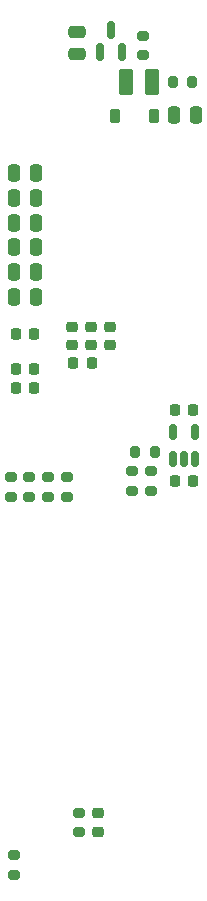
<source format=gbr>
%TF.GenerationSoftware,KiCad,Pcbnew,9.0.5*%
%TF.CreationDate,2025-11-24T11:18:26-05:00*%
%TF.ProjectId,everframe_board,65766572-6672-4616-9d65-5f626f617264,rev?*%
%TF.SameCoordinates,Original*%
%TF.FileFunction,Paste,Bot*%
%TF.FilePolarity,Positive*%
%FSLAX46Y46*%
G04 Gerber Fmt 4.6, Leading zero omitted, Abs format (unit mm)*
G04 Created by KiCad (PCBNEW 9.0.5) date 2025-11-24 11:18:26*
%MOMM*%
%LPD*%
G01*
G04 APERTURE LIST*
G04 Aperture macros list*
%AMRoundRect*
0 Rectangle with rounded corners*
0 $1 Rounding radius*
0 $2 $3 $4 $5 $6 $7 $8 $9 X,Y pos of 4 corners*
0 Add a 4 corners polygon primitive as box body*
4,1,4,$2,$3,$4,$5,$6,$7,$8,$9,$2,$3,0*
0 Add four circle primitives for the rounded corners*
1,1,$1+$1,$2,$3*
1,1,$1+$1,$4,$5*
1,1,$1+$1,$6,$7*
1,1,$1+$1,$8,$9*
0 Add four rect primitives between the rounded corners*
20,1,$1+$1,$2,$3,$4,$5,0*
20,1,$1+$1,$4,$5,$6,$7,0*
20,1,$1+$1,$6,$7,$8,$9,0*
20,1,$1+$1,$8,$9,$2,$3,0*%
G04 Aperture macros list end*
%ADD10RoundRect,0.225000X0.225000X0.250000X-0.225000X0.250000X-0.225000X-0.250000X0.225000X-0.250000X0*%
%ADD11RoundRect,0.250000X0.250000X0.475000X-0.250000X0.475000X-0.250000X-0.475000X0.250000X-0.475000X0*%
%ADD12RoundRect,0.150000X0.150000X-0.512500X0.150000X0.512500X-0.150000X0.512500X-0.150000X-0.512500X0*%
%ADD13RoundRect,0.225000X0.250000X-0.225000X0.250000X0.225000X-0.250000X0.225000X-0.250000X-0.225000X0*%
%ADD14RoundRect,0.150000X0.150000X-0.587500X0.150000X0.587500X-0.150000X0.587500X-0.150000X-0.587500X0*%
%ADD15RoundRect,0.200000X0.275000X-0.200000X0.275000X0.200000X-0.275000X0.200000X-0.275000X-0.200000X0*%
%ADD16RoundRect,0.250000X-0.250000X-0.475000X0.250000X-0.475000X0.250000X0.475000X-0.250000X0.475000X0*%
%ADD17RoundRect,0.225000X-0.225000X-0.375000X0.225000X-0.375000X0.225000X0.375000X-0.225000X0.375000X0*%
%ADD18RoundRect,0.250000X0.475000X-0.250000X0.475000X0.250000X-0.475000X0.250000X-0.475000X-0.250000X0*%
%ADD19RoundRect,0.225000X-0.225000X-0.250000X0.225000X-0.250000X0.225000X0.250000X-0.225000X0.250000X0*%
%ADD20RoundRect,0.250000X0.375000X0.850000X-0.375000X0.850000X-0.375000X-0.850000X0.375000X-0.850000X0*%
%ADD21RoundRect,0.200000X0.200000X0.275000X-0.200000X0.275000X-0.200000X-0.275000X0.200000X-0.275000X0*%
%ADD22RoundRect,0.200000X-0.275000X0.200000X-0.275000X-0.200000X0.275000X-0.200000X0.275000X0.200000X0*%
G04 APERTURE END LIST*
D10*
%TO.C,C23*%
X90275000Y-90500000D03*
X88725000Y-90500000D03*
%TD*%
D11*
%TO.C,C29*%
X90525000Y-59506750D03*
X88625000Y-59506750D03*
%TD*%
D12*
%TO.C,U2*%
X90450000Y-88637500D03*
X89500000Y-88637500D03*
X88550000Y-88637500D03*
X88550000Y-86362500D03*
X90450000Y-86362500D03*
%TD*%
D11*
%TO.C,C5*%
X76950000Y-72800000D03*
X75050000Y-72800000D03*
%TD*%
D13*
%TO.C,C12*%
X83200000Y-78975000D03*
X83200000Y-77425000D03*
%TD*%
D10*
%TO.C,C17*%
X76775000Y-78000000D03*
X75225000Y-78000000D03*
%TD*%
D14*
%TO.C,Q2*%
X84250000Y-54137500D03*
X82350000Y-54137500D03*
X83300000Y-52262500D03*
%TD*%
D15*
%TO.C,R22*%
X74800000Y-91825000D03*
X74800000Y-90175000D03*
%TD*%
D11*
%TO.C,C2*%
X76950000Y-66500000D03*
X75050000Y-66500000D03*
%TD*%
D16*
%TO.C,C1*%
X75050000Y-64400000D03*
X76950000Y-64400000D03*
%TD*%
D17*
%TO.C,D4*%
X83625000Y-59606750D03*
X86925000Y-59606750D03*
%TD*%
D15*
%TO.C,R19*%
X76400000Y-91825000D03*
X76400000Y-90175000D03*
%TD*%
D11*
%TO.C,C3*%
X76950000Y-68600000D03*
X75050000Y-68600000D03*
%TD*%
D15*
%TO.C,R15*%
X75100000Y-123825000D03*
X75100000Y-122175000D03*
%TD*%
%TO.C,R8*%
X86700000Y-91325000D03*
X86700000Y-89675000D03*
%TD*%
D13*
%TO.C,C10*%
X80000000Y-78975000D03*
X80000000Y-77425000D03*
%TD*%
D18*
%TO.C,C30*%
X80400000Y-54350000D03*
X80400000Y-52450000D03*
%TD*%
D19*
%TO.C,C9*%
X80125000Y-80500000D03*
X81675000Y-80500000D03*
%TD*%
D20*
%TO.C,L2*%
X86750000Y-56706750D03*
X84600000Y-56706750D03*
%TD*%
D10*
%TO.C,C15*%
X76775000Y-81000000D03*
X75225000Y-81000000D03*
%TD*%
%TO.C,C16*%
X76775000Y-82600000D03*
X75225000Y-82600000D03*
%TD*%
D13*
%TO.C,C35*%
X82200000Y-120175000D03*
X82200000Y-118625000D03*
%TD*%
D11*
%TO.C,C4*%
X76950000Y-70700000D03*
X75050000Y-70700000D03*
%TD*%
D21*
%TO.C,R14*%
X90200000Y-56706750D03*
X88550000Y-56706750D03*
%TD*%
D13*
%TO.C,C11*%
X81600000Y-78975000D03*
X81600000Y-77425000D03*
%TD*%
D22*
%TO.C,R21*%
X80600000Y-118575000D03*
X80600000Y-120225000D03*
%TD*%
D11*
%TO.C,C6*%
X76950000Y-74900000D03*
X75050000Y-74900000D03*
%TD*%
D15*
%TO.C,R13*%
X86000000Y-54425000D03*
X86000000Y-52775000D03*
%TD*%
D10*
%TO.C,C24*%
X90275000Y-84500000D03*
X88725000Y-84500000D03*
%TD*%
D15*
%TO.C,R9*%
X85100000Y-91325000D03*
X85100000Y-89675000D03*
%TD*%
%TO.C,R18*%
X78000000Y-91825000D03*
X78000000Y-90175000D03*
%TD*%
D21*
%TO.C,R7*%
X87025000Y-88000000D03*
X85375000Y-88000000D03*
%TD*%
D15*
%TO.C,R17*%
X79600000Y-91825000D03*
X79600000Y-90175000D03*
%TD*%
M02*

</source>
